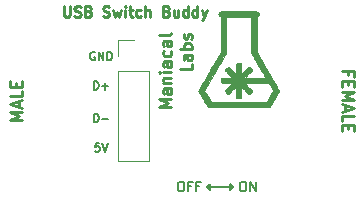
<source format=gbr>
G04 #@! TF.GenerationSoftware,KiCad,Pcbnew,(5.0.0)*
G04 #@! TF.CreationDate,2018-10-22T19:04:34-04:00*
G04 #@! TF.ProjectId,USBSwitchBuddy,55534253776974636842756464792E6B,rev?*
G04 #@! TF.SameCoordinates,Original*
G04 #@! TF.FileFunction,Legend,Top*
G04 #@! TF.FilePolarity,Positive*
%FSLAX46Y46*%
G04 Gerber Fmt 4.6, Leading zero omitted, Abs format (unit mm)*
G04 Created by KiCad (PCBNEW (5.0.0)) date 10/22/18 19:04:34*
%MOMM*%
%LPD*%
G01*
G04 APERTURE LIST*
%ADD10C,0.225000*%
%ADD11C,0.250000*%
%ADD12C,0.175000*%
%ADD13C,0.200000*%
%ADD14C,0.120000*%
%ADD15C,0.010000*%
G04 APERTURE END LIST*
D10*
X72100000Y-72007142D02*
X72100000Y-72735714D01*
X72142857Y-72821428D01*
X72185714Y-72864285D01*
X72271428Y-72907142D01*
X72442857Y-72907142D01*
X72528571Y-72864285D01*
X72571428Y-72821428D01*
X72614285Y-72735714D01*
X72614285Y-72007142D01*
X73000000Y-72864285D02*
X73128571Y-72907142D01*
X73342857Y-72907142D01*
X73428571Y-72864285D01*
X73471428Y-72821428D01*
X73514285Y-72735714D01*
X73514285Y-72650000D01*
X73471428Y-72564285D01*
X73428571Y-72521428D01*
X73342857Y-72478571D01*
X73171428Y-72435714D01*
X73085714Y-72392857D01*
X73042857Y-72350000D01*
X73000000Y-72264285D01*
X73000000Y-72178571D01*
X73042857Y-72092857D01*
X73085714Y-72050000D01*
X73171428Y-72007142D01*
X73385714Y-72007142D01*
X73514285Y-72050000D01*
X74200000Y-72435714D02*
X74328571Y-72478571D01*
X74371428Y-72521428D01*
X74414285Y-72607142D01*
X74414285Y-72735714D01*
X74371428Y-72821428D01*
X74328571Y-72864285D01*
X74242857Y-72907142D01*
X73900000Y-72907142D01*
X73900000Y-72007142D01*
X74200000Y-72007142D01*
X74285714Y-72050000D01*
X74328571Y-72092857D01*
X74371428Y-72178571D01*
X74371428Y-72264285D01*
X74328571Y-72350000D01*
X74285714Y-72392857D01*
X74200000Y-72435714D01*
X73900000Y-72435714D01*
X75442857Y-72864285D02*
X75571428Y-72907142D01*
X75785714Y-72907142D01*
X75871428Y-72864285D01*
X75914285Y-72821428D01*
X75957142Y-72735714D01*
X75957142Y-72650000D01*
X75914285Y-72564285D01*
X75871428Y-72521428D01*
X75785714Y-72478571D01*
X75614285Y-72435714D01*
X75528571Y-72392857D01*
X75485714Y-72350000D01*
X75442857Y-72264285D01*
X75442857Y-72178571D01*
X75485714Y-72092857D01*
X75528571Y-72050000D01*
X75614285Y-72007142D01*
X75828571Y-72007142D01*
X75957142Y-72050000D01*
X76257142Y-72307142D02*
X76428571Y-72907142D01*
X76600000Y-72478571D01*
X76771428Y-72907142D01*
X76942857Y-72307142D01*
X77285714Y-72907142D02*
X77285714Y-72307142D01*
X77285714Y-72007142D02*
X77242857Y-72050000D01*
X77285714Y-72092857D01*
X77328571Y-72050000D01*
X77285714Y-72007142D01*
X77285714Y-72092857D01*
X77585714Y-72307142D02*
X77928571Y-72307142D01*
X77714285Y-72007142D02*
X77714285Y-72778571D01*
X77757142Y-72864285D01*
X77842857Y-72907142D01*
X77928571Y-72907142D01*
X78614285Y-72864285D02*
X78528571Y-72907142D01*
X78357142Y-72907142D01*
X78271428Y-72864285D01*
X78228571Y-72821428D01*
X78185714Y-72735714D01*
X78185714Y-72478571D01*
X78228571Y-72392857D01*
X78271428Y-72350000D01*
X78357142Y-72307142D01*
X78528571Y-72307142D01*
X78614285Y-72350000D01*
X79000000Y-72907142D02*
X79000000Y-72007142D01*
X79385714Y-72907142D02*
X79385714Y-72435714D01*
X79342857Y-72350000D01*
X79257142Y-72307142D01*
X79128571Y-72307142D01*
X79042857Y-72350000D01*
X79000000Y-72392857D01*
X80800000Y-72435714D02*
X80928571Y-72478571D01*
X80971428Y-72521428D01*
X81014285Y-72607142D01*
X81014285Y-72735714D01*
X80971428Y-72821428D01*
X80928571Y-72864285D01*
X80842857Y-72907142D01*
X80500000Y-72907142D01*
X80500000Y-72007142D01*
X80800000Y-72007142D01*
X80885714Y-72050000D01*
X80928571Y-72092857D01*
X80971428Y-72178571D01*
X80971428Y-72264285D01*
X80928571Y-72350000D01*
X80885714Y-72392857D01*
X80800000Y-72435714D01*
X80500000Y-72435714D01*
X81785714Y-72307142D02*
X81785714Y-72907142D01*
X81400000Y-72307142D02*
X81400000Y-72778571D01*
X81442857Y-72864285D01*
X81528571Y-72907142D01*
X81657142Y-72907142D01*
X81742857Y-72864285D01*
X81785714Y-72821428D01*
X82600000Y-72907142D02*
X82600000Y-72007142D01*
X82600000Y-72864285D02*
X82514285Y-72907142D01*
X82342857Y-72907142D01*
X82257142Y-72864285D01*
X82214285Y-72821428D01*
X82171428Y-72735714D01*
X82171428Y-72478571D01*
X82214285Y-72392857D01*
X82257142Y-72350000D01*
X82342857Y-72307142D01*
X82514285Y-72307142D01*
X82600000Y-72350000D01*
X83414285Y-72907142D02*
X83414285Y-72007142D01*
X83414285Y-72864285D02*
X83328571Y-72907142D01*
X83157142Y-72907142D01*
X83071428Y-72864285D01*
X83028571Y-72821428D01*
X82985714Y-72735714D01*
X82985714Y-72478571D01*
X83028571Y-72392857D01*
X83071428Y-72350000D01*
X83157142Y-72307142D01*
X83328571Y-72307142D01*
X83414285Y-72350000D01*
X83757142Y-72307142D02*
X83971428Y-72907142D01*
X84185714Y-72307142D02*
X83971428Y-72907142D01*
X83885714Y-73121428D01*
X83842857Y-73164285D01*
X83757142Y-73207142D01*
D11*
X96171428Y-77833333D02*
X96171428Y-77500000D01*
X95647619Y-77500000D02*
X96647619Y-77500000D01*
X96647619Y-77976190D01*
X96171428Y-78357142D02*
X96171428Y-78690476D01*
X95647619Y-78833333D02*
X95647619Y-78357142D01*
X96647619Y-78357142D01*
X96647619Y-78833333D01*
X95647619Y-79261904D02*
X96647619Y-79261904D01*
X95933333Y-79595238D01*
X96647619Y-79928571D01*
X95647619Y-79928571D01*
X95933333Y-80357142D02*
X95933333Y-80833333D01*
X95647619Y-80261904D02*
X96647619Y-80595238D01*
X95647619Y-80928571D01*
X95647619Y-81738095D02*
X95647619Y-81261904D01*
X96647619Y-81261904D01*
X96171428Y-82071428D02*
X96171428Y-82404761D01*
X95647619Y-82547619D02*
X95647619Y-82071428D01*
X96647619Y-82071428D01*
X96647619Y-82547619D01*
X68552380Y-81619047D02*
X67552380Y-81619047D01*
X68266666Y-81285714D01*
X67552380Y-80952380D01*
X68552380Y-80952380D01*
X68266666Y-80523809D02*
X68266666Y-80047619D01*
X68552380Y-80619047D02*
X67552380Y-80285714D01*
X68552380Y-79952380D01*
X68552380Y-79142857D02*
X68552380Y-79619047D01*
X67552380Y-79619047D01*
X68028571Y-78809523D02*
X68028571Y-78476190D01*
X68552380Y-78333333D02*
X68552380Y-78809523D01*
X67552380Y-78809523D01*
X67552380Y-78333333D01*
X81177380Y-80543452D02*
X80177380Y-80543452D01*
X80891666Y-80210119D01*
X80177380Y-79876785D01*
X81177380Y-79876785D01*
X81177380Y-78972023D02*
X80653571Y-78972023D01*
X80558333Y-79019642D01*
X80510714Y-79114880D01*
X80510714Y-79305357D01*
X80558333Y-79400595D01*
X81129761Y-78972023D02*
X81177380Y-79067261D01*
X81177380Y-79305357D01*
X81129761Y-79400595D01*
X81034523Y-79448214D01*
X80939285Y-79448214D01*
X80844047Y-79400595D01*
X80796428Y-79305357D01*
X80796428Y-79067261D01*
X80748809Y-78972023D01*
X80510714Y-78495833D02*
X81177380Y-78495833D01*
X80605952Y-78495833D02*
X80558333Y-78448214D01*
X80510714Y-78352976D01*
X80510714Y-78210119D01*
X80558333Y-78114880D01*
X80653571Y-78067261D01*
X81177380Y-78067261D01*
X81177380Y-77591071D02*
X80510714Y-77591071D01*
X80177380Y-77591071D02*
X80225000Y-77638690D01*
X80272619Y-77591071D01*
X80225000Y-77543452D01*
X80177380Y-77591071D01*
X80272619Y-77591071D01*
X81177380Y-76686309D02*
X80653571Y-76686309D01*
X80558333Y-76733928D01*
X80510714Y-76829166D01*
X80510714Y-77019642D01*
X80558333Y-77114880D01*
X81129761Y-76686309D02*
X81177380Y-76781547D01*
X81177380Y-77019642D01*
X81129761Y-77114880D01*
X81034523Y-77162500D01*
X80939285Y-77162500D01*
X80844047Y-77114880D01*
X80796428Y-77019642D01*
X80796428Y-76781547D01*
X80748809Y-76686309D01*
X81129761Y-75781547D02*
X81177380Y-75876785D01*
X81177380Y-76067261D01*
X81129761Y-76162500D01*
X81082142Y-76210119D01*
X80986904Y-76257738D01*
X80701190Y-76257738D01*
X80605952Y-76210119D01*
X80558333Y-76162500D01*
X80510714Y-76067261D01*
X80510714Y-75876785D01*
X80558333Y-75781547D01*
X81177380Y-74924404D02*
X80653571Y-74924404D01*
X80558333Y-74972023D01*
X80510714Y-75067261D01*
X80510714Y-75257738D01*
X80558333Y-75352976D01*
X81129761Y-74924404D02*
X81177380Y-75019642D01*
X81177380Y-75257738D01*
X81129761Y-75352976D01*
X81034523Y-75400595D01*
X80939285Y-75400595D01*
X80844047Y-75352976D01*
X80796428Y-75257738D01*
X80796428Y-75019642D01*
X80748809Y-74924404D01*
X81177380Y-74305357D02*
X81129761Y-74400595D01*
X81034523Y-74448214D01*
X80177380Y-74448214D01*
X82927380Y-76876785D02*
X82927380Y-77352976D01*
X81927380Y-77352976D01*
X82927380Y-76114880D02*
X82403571Y-76114880D01*
X82308333Y-76162500D01*
X82260714Y-76257738D01*
X82260714Y-76448214D01*
X82308333Y-76543452D01*
X82879761Y-76114880D02*
X82927380Y-76210119D01*
X82927380Y-76448214D01*
X82879761Y-76543452D01*
X82784523Y-76591071D01*
X82689285Y-76591071D01*
X82594047Y-76543452D01*
X82546428Y-76448214D01*
X82546428Y-76210119D01*
X82498809Y-76114880D01*
X82927380Y-75638690D02*
X81927380Y-75638690D01*
X82308333Y-75638690D02*
X82260714Y-75543452D01*
X82260714Y-75352976D01*
X82308333Y-75257738D01*
X82355952Y-75210119D01*
X82451190Y-75162500D01*
X82736904Y-75162500D01*
X82832142Y-75210119D01*
X82879761Y-75257738D01*
X82927380Y-75352976D01*
X82927380Y-75543452D01*
X82879761Y-75638690D01*
X82879761Y-74781547D02*
X82927380Y-74686309D01*
X82927380Y-74495833D01*
X82879761Y-74400595D01*
X82784523Y-74352976D01*
X82736904Y-74352976D01*
X82641666Y-74400595D01*
X82594047Y-74495833D01*
X82594047Y-74638690D01*
X82546428Y-74733928D01*
X82451190Y-74781547D01*
X82403571Y-74781547D01*
X82308333Y-74733928D01*
X82260714Y-74638690D01*
X82260714Y-74495833D01*
X82308333Y-74400595D01*
D12*
X74716666Y-75900000D02*
X74650000Y-75866666D01*
X74550000Y-75866666D01*
X74450000Y-75900000D01*
X74383333Y-75966666D01*
X74350000Y-76033333D01*
X74316666Y-76166666D01*
X74316666Y-76266666D01*
X74350000Y-76400000D01*
X74383333Y-76466666D01*
X74450000Y-76533333D01*
X74550000Y-76566666D01*
X74616666Y-76566666D01*
X74716666Y-76533333D01*
X74750000Y-76500000D01*
X74750000Y-76266666D01*
X74616666Y-76266666D01*
X75050000Y-76566666D02*
X75050000Y-75866666D01*
X75450000Y-76566666D01*
X75450000Y-75866666D01*
X75783333Y-76566666D02*
X75783333Y-75866666D01*
X75950000Y-75866666D01*
X76050000Y-75900000D01*
X76116666Y-75966666D01*
X76150000Y-76033333D01*
X76183333Y-76166666D01*
X76183333Y-76266666D01*
X76150000Y-76400000D01*
X76116666Y-76466666D01*
X76050000Y-76533333D01*
X75950000Y-76566666D01*
X75783333Y-76566666D01*
X74633333Y-79066666D02*
X74633333Y-78366666D01*
X74800000Y-78366666D01*
X74900000Y-78400000D01*
X74966666Y-78466666D01*
X75000000Y-78533333D01*
X75033333Y-78666666D01*
X75033333Y-78766666D01*
X75000000Y-78900000D01*
X74966666Y-78966666D01*
X74900000Y-79033333D01*
X74800000Y-79066666D01*
X74633333Y-79066666D01*
X75333333Y-78800000D02*
X75866666Y-78800000D01*
X75600000Y-79066666D02*
X75600000Y-78533333D01*
X74633333Y-81816666D02*
X74633333Y-81116666D01*
X74800000Y-81116666D01*
X74900000Y-81150000D01*
X74966666Y-81216666D01*
X75000000Y-81283333D01*
X75033333Y-81416666D01*
X75033333Y-81516666D01*
X75000000Y-81650000D01*
X74966666Y-81716666D01*
X74900000Y-81783333D01*
X74800000Y-81816666D01*
X74633333Y-81816666D01*
X75333333Y-81550000D02*
X75866666Y-81550000D01*
X75116666Y-83616666D02*
X74783333Y-83616666D01*
X74750000Y-83950000D01*
X74783333Y-83916666D01*
X74850000Y-83883333D01*
X75016666Y-83883333D01*
X75083333Y-83916666D01*
X75116666Y-83950000D01*
X75150000Y-84016666D01*
X75150000Y-84183333D01*
X75116666Y-84250000D01*
X75083333Y-84283333D01*
X75016666Y-84316666D01*
X74850000Y-84316666D01*
X74783333Y-84283333D01*
X74750000Y-84250000D01*
X75350000Y-83616666D02*
X75583333Y-84316666D01*
X75816666Y-83616666D01*
D13*
X84450000Y-87550000D02*
X84200000Y-87300000D01*
X84450000Y-87050000D02*
X84450000Y-87550000D01*
X84200000Y-87300000D02*
X84450000Y-87050000D01*
X85200000Y-87300000D02*
X84200000Y-87300000D01*
X86200000Y-87550000D02*
X86450000Y-87300000D01*
X86200000Y-87050000D02*
X86200000Y-87550000D01*
X86450000Y-87300000D02*
X86200000Y-87050000D01*
X85200000Y-87300000D02*
X86450000Y-87300000D01*
X81938095Y-86861904D02*
X82090476Y-86861904D01*
X82166666Y-86900000D01*
X82242857Y-86976190D01*
X82280952Y-87128571D01*
X82280952Y-87395238D01*
X82242857Y-87547619D01*
X82166666Y-87623809D01*
X82090476Y-87661904D01*
X81938095Y-87661904D01*
X81861904Y-87623809D01*
X81785714Y-87547619D01*
X81747619Y-87395238D01*
X81747619Y-87128571D01*
X81785714Y-86976190D01*
X81861904Y-86900000D01*
X81938095Y-86861904D01*
X82890476Y-87242857D02*
X82623809Y-87242857D01*
X82623809Y-87661904D02*
X82623809Y-86861904D01*
X83004761Y-86861904D01*
X83576190Y-87242857D02*
X83309523Y-87242857D01*
X83309523Y-87661904D02*
X83309523Y-86861904D01*
X83690476Y-86861904D01*
X87204761Y-86861904D02*
X87357142Y-86861904D01*
X87433333Y-86900000D01*
X87509523Y-86976190D01*
X87547619Y-87128571D01*
X87547619Y-87395238D01*
X87509523Y-87547619D01*
X87433333Y-87623809D01*
X87357142Y-87661904D01*
X87204761Y-87661904D01*
X87128571Y-87623809D01*
X87052380Y-87547619D01*
X87014285Y-87395238D01*
X87014285Y-87128571D01*
X87052380Y-86976190D01*
X87128571Y-86900000D01*
X87204761Y-86861904D01*
X87890476Y-87661904D02*
X87890476Y-86861904D01*
X88347619Y-87661904D01*
X88347619Y-86861904D01*
D14*
G04 #@! TO.C,J3*
X76670000Y-74860000D02*
X78000000Y-74860000D01*
X76670000Y-76190000D02*
X76670000Y-74860000D01*
X79330000Y-77460000D02*
X76670000Y-77460000D01*
X79330000Y-85140000D02*
X79330000Y-77460000D01*
X76670000Y-85140000D02*
X79330000Y-85140000D01*
X76670000Y-77460000D02*
X76670000Y-85140000D01*
D15*
G04 #@! TO.C,G\002A\002A\002A*
G36*
X87180132Y-72435141D02*
X87369330Y-72435704D01*
X87551803Y-72436553D01*
X87724802Y-72437693D01*
X87885580Y-72439121D01*
X88031388Y-72440837D01*
X88159478Y-72442843D01*
X88267101Y-72445137D01*
X88351511Y-72447719D01*
X88409958Y-72450591D01*
X88439694Y-72453751D01*
X88441045Y-72454101D01*
X88514650Y-72489801D01*
X88568272Y-72542954D01*
X88601256Y-72607582D01*
X88612948Y-72677706D01*
X88602692Y-72747346D01*
X88569833Y-72810525D01*
X88513717Y-72861264D01*
X88487218Y-72875553D01*
X88424819Y-72904312D01*
X88424409Y-74386141D01*
X88424000Y-75867969D01*
X88851194Y-76608641D01*
X88941737Y-76765615D01*
X89044897Y-76944444D01*
X89157416Y-77139483D01*
X89276038Y-77345090D01*
X89397507Y-77555620D01*
X89518568Y-77765429D01*
X89635963Y-77968874D01*
X89746437Y-78160312D01*
X89795756Y-78245770D01*
X89884967Y-78400722D01*
X89969309Y-78547946D01*
X90047458Y-78685082D01*
X90118089Y-78809771D01*
X90179877Y-78919652D01*
X90231497Y-79012365D01*
X90271624Y-79085552D01*
X90298934Y-79136852D01*
X90312102Y-79163905D01*
X90313125Y-79167254D01*
X90305259Y-79187854D01*
X90282954Y-79232330D01*
X90248145Y-79297359D01*
X90202767Y-79379615D01*
X90148756Y-79475774D01*
X90088047Y-79582511D01*
X90022577Y-79696503D01*
X89954279Y-79814423D01*
X89885091Y-79932948D01*
X89816948Y-80048754D01*
X89751784Y-80158515D01*
X89691537Y-80258906D01*
X89638141Y-80346605D01*
X89593532Y-80418285D01*
X89559645Y-80470622D01*
X89538416Y-80500292D01*
X89534599Y-80504468D01*
X89487124Y-80548125D01*
X84312875Y-80548125D01*
X84265400Y-80504468D01*
X84248606Y-80482746D01*
X84218539Y-80437288D01*
X84177134Y-80371420D01*
X84126325Y-80288466D01*
X84068050Y-80191753D01*
X84004242Y-80084605D01*
X83936838Y-79970346D01*
X83867772Y-79852303D01*
X83798981Y-79733800D01*
X83732400Y-79618163D01*
X83669963Y-79508717D01*
X83613608Y-79408786D01*
X83565267Y-79321695D01*
X83526879Y-79250771D01*
X83500377Y-79199338D01*
X83487697Y-79170720D01*
X83486874Y-79166933D01*
X83493139Y-79151738D01*
X83991817Y-79151738D01*
X84266508Y-79627681D01*
X84541198Y-80103625D01*
X89258654Y-80103625D01*
X89533694Y-79626873D01*
X89808735Y-79150121D01*
X89700627Y-78964091D01*
X89652108Y-78880084D01*
X89601391Y-78791405D01*
X89554699Y-78708982D01*
X89520228Y-78647315D01*
X89447937Y-78516567D01*
X87432125Y-78516125D01*
X87727748Y-78813781D01*
X87807725Y-78894852D01*
X87880741Y-78969905D01*
X87943638Y-79035609D01*
X87993257Y-79088634D01*
X88026440Y-79125650D01*
X88039732Y-79142697D01*
X88047043Y-79180230D01*
X88034704Y-79215316D01*
X88009692Y-79251070D01*
X87969306Y-79295828D01*
X87920048Y-79343770D01*
X87868420Y-79389074D01*
X87820926Y-79425919D01*
X87784067Y-79448484D01*
X87769480Y-79452750D01*
X87747132Y-79442200D01*
X87705787Y-79410232D01*
X87644908Y-79356363D01*
X87563960Y-79280114D01*
X87462408Y-79181002D01*
X87420810Y-79139741D01*
X87106375Y-78826732D01*
X87106375Y-79261522D01*
X87106186Y-79392308D01*
X87105480Y-79495011D01*
X87104051Y-79573296D01*
X87101691Y-79630830D01*
X87098191Y-79671276D01*
X87093345Y-79698301D01*
X87086944Y-79715570D01*
X87080102Y-79725343D01*
X87063266Y-79738829D01*
X87037807Y-79747459D01*
X86997181Y-79752237D01*
X86934844Y-79754165D01*
X86890754Y-79754375D01*
X86817007Y-79753988D01*
X86768052Y-79751820D01*
X86736932Y-79746360D01*
X86716690Y-79736094D01*
X86700370Y-79719512D01*
X86694053Y-79711627D01*
X86683921Y-79697620D01*
X86676117Y-79681895D01*
X86670392Y-79660501D01*
X86666497Y-79629484D01*
X86664185Y-79584892D01*
X86663207Y-79522771D01*
X86663314Y-79439170D01*
X86664259Y-79330136D01*
X86665120Y-79251238D01*
X86666336Y-79139830D01*
X86667363Y-79039621D01*
X86668164Y-78954754D01*
X86668700Y-78889372D01*
X86668937Y-78847619D01*
X86668846Y-78833611D01*
X86657874Y-78844389D01*
X86627423Y-78874776D01*
X86580394Y-78921863D01*
X86519693Y-78982739D01*
X86448221Y-79054496D01*
X86368882Y-79134225D01*
X86367221Y-79135894D01*
X86285795Y-79216741D01*
X86209946Y-79290133D01*
X86143010Y-79352994D01*
X86088322Y-79402247D01*
X86049218Y-79434816D01*
X86029337Y-79447556D01*
X86008907Y-79448152D01*
X85984469Y-79437567D01*
X85951225Y-79412398D01*
X85904375Y-79369244D01*
X85866618Y-79332190D01*
X85804367Y-79267657D01*
X85764516Y-79219575D01*
X85744581Y-79184681D01*
X85741125Y-79167521D01*
X85746451Y-79149558D01*
X85763771Y-79122344D01*
X85795090Y-79083608D01*
X85842416Y-79031079D01*
X85907757Y-78962484D01*
X85993120Y-78875551D01*
X86046566Y-78821867D01*
X86352007Y-78516125D01*
X85924557Y-78516125D01*
X85785238Y-78516235D01*
X85674412Y-78515593D01*
X85588828Y-78512739D01*
X85525238Y-78506213D01*
X85480392Y-78494556D01*
X85451040Y-78476308D01*
X85433932Y-78450009D01*
X85425820Y-78414200D01*
X85423454Y-78367420D01*
X85423583Y-78308211D01*
X85423625Y-78291107D01*
X85423249Y-78229737D01*
X85424298Y-78180980D01*
X85430033Y-78143390D01*
X85443717Y-78115522D01*
X85468611Y-78095933D01*
X85507977Y-78083178D01*
X85565078Y-78075811D01*
X85643176Y-78072388D01*
X85745532Y-78071465D01*
X85875409Y-78071596D01*
X85919196Y-78071625D01*
X86351267Y-78071625D01*
X86038258Y-77757189D01*
X85948898Y-77666371D01*
X85871404Y-77585517D01*
X85808051Y-77517128D01*
X85761114Y-77463706D01*
X85732868Y-77427753D01*
X85725250Y-77412990D01*
X85736746Y-77386392D01*
X85767271Y-77345976D01*
X85810876Y-77297523D01*
X85861613Y-77246817D01*
X85913534Y-77199641D01*
X85960690Y-77161778D01*
X85997134Y-77139010D01*
X86011177Y-77135000D01*
X86030107Y-77141738D01*
X86061067Y-77163065D01*
X86105936Y-77200648D01*
X86166590Y-77256153D01*
X86244908Y-77331247D01*
X86342767Y-77427597D01*
X86359345Y-77444083D01*
X86669812Y-77753166D01*
X86665134Y-77328775D01*
X86663453Y-77190249D01*
X86662794Y-77080203D01*
X86664651Y-76995374D01*
X86670515Y-76932496D01*
X86681879Y-76888302D01*
X86700236Y-76859528D01*
X86727078Y-76842909D01*
X86763897Y-76835179D01*
X86812186Y-76833073D01*
X86873436Y-76833325D01*
X86891546Y-76833375D01*
X86971777Y-76834496D01*
X87026137Y-76838371D01*
X87060445Y-76845763D01*
X87080519Y-76857438D01*
X87081428Y-76858321D01*
X87088921Y-76869469D01*
X87094780Y-76888540D01*
X87099198Y-76919092D01*
X87102365Y-76964686D01*
X87104473Y-77028878D01*
X87105714Y-77115230D01*
X87106279Y-77227298D01*
X87106375Y-77322142D01*
X87106375Y-77761017D01*
X87420810Y-77448008D01*
X87524977Y-77345240D01*
X87609018Y-77264457D01*
X87674393Y-77204357D01*
X87722558Y-77163639D01*
X87754973Y-77141001D01*
X87771435Y-77135000D01*
X87803640Y-77147050D01*
X87851929Y-77181515D01*
X87911031Y-77234218D01*
X87977277Y-77300807D01*
X88020369Y-77352289D01*
X88042644Y-77392492D01*
X88046437Y-77425242D01*
X88039732Y-77445052D01*
X88024448Y-77464412D01*
X87989823Y-77502842D01*
X87939016Y-77557013D01*
X87875186Y-77623594D01*
X87801491Y-77699256D01*
X87727748Y-77773968D01*
X87432125Y-78071625D01*
X89188589Y-78071625D01*
X89157294Y-78020031D01*
X89122471Y-77961823D01*
X89076078Y-77883049D01*
X89019623Y-77786349D01*
X88954614Y-77674365D01*
X88882559Y-77549736D01*
X88804966Y-77415105D01*
X88723344Y-77273113D01*
X88639201Y-77126400D01*
X88554044Y-76977608D01*
X88469382Y-76829378D01*
X88386723Y-76684351D01*
X88307576Y-76545167D01*
X88233448Y-76414468D01*
X88165847Y-76294896D01*
X88106282Y-76189090D01*
X88056260Y-76099693D01*
X88017291Y-76029345D01*
X87990882Y-75980688D01*
X87978540Y-75956361D01*
X87977896Y-75954659D01*
X87975786Y-75931630D01*
X87973779Y-75879011D01*
X87971895Y-75798962D01*
X87970154Y-75693643D01*
X87968575Y-75565212D01*
X87967179Y-75415830D01*
X87965985Y-75247656D01*
X87965013Y-75062850D01*
X87964282Y-74863573D01*
X87963814Y-74651983D01*
X87963627Y-74430240D01*
X87963625Y-74400636D01*
X87963625Y-72896375D01*
X85836989Y-72896375D01*
X85828437Y-75968187D01*
X85484729Y-76563500D01*
X85395018Y-76718868D01*
X85295473Y-76891244D01*
X85190521Y-77072961D01*
X85084590Y-77256356D01*
X84982106Y-77433764D01*
X84887496Y-77597521D01*
X84819940Y-77714437D01*
X84674356Y-77966399D01*
X84542857Y-78194050D01*
X84425664Y-78397010D01*
X84322995Y-78574897D01*
X84235071Y-78727331D01*
X84162110Y-78853931D01*
X84104332Y-78954316D01*
X84061957Y-79028107D01*
X84035205Y-79074921D01*
X84030081Y-79083962D01*
X83991817Y-79151738D01*
X83493139Y-79151738D01*
X83494593Y-79148214D01*
X83516661Y-79105010D01*
X83551444Y-79040273D01*
X83597311Y-78956953D01*
X83652628Y-78857999D01*
X83715763Y-78746362D01*
X83785083Y-78624993D01*
X83829919Y-78547074D01*
X83916007Y-78397890D01*
X84008884Y-78236959D01*
X84104742Y-78070876D01*
X84199776Y-77906236D01*
X84290179Y-77749633D01*
X84372145Y-77607663D01*
X84438823Y-77492187D01*
X84510062Y-77368821D01*
X84593259Y-77224738D01*
X84684500Y-77066716D01*
X84779870Y-76901537D01*
X84875455Y-76735979D01*
X84967341Y-76576823D01*
X85040341Y-76450372D01*
X85376000Y-75868931D01*
X85375590Y-74386622D01*
X85375180Y-72904312D01*
X85312781Y-72875553D01*
X85247983Y-72830866D01*
X85206683Y-72771549D01*
X85188225Y-72703581D01*
X85191955Y-72632941D01*
X85217218Y-72565606D01*
X85263358Y-72507557D01*
X85329721Y-72464771D01*
X85358954Y-72454101D01*
X85385501Y-72450910D01*
X85441048Y-72448009D01*
X85522847Y-72445396D01*
X85628151Y-72443071D01*
X85754211Y-72441035D01*
X85898279Y-72439288D01*
X86057606Y-72437830D01*
X86229446Y-72436660D01*
X86411049Y-72435780D01*
X86599667Y-72435187D01*
X86792552Y-72434883D01*
X86986957Y-72434868D01*
X87180132Y-72435141D01*
X87180132Y-72435141D01*
G37*
X87180132Y-72435141D02*
X87369330Y-72435704D01*
X87551803Y-72436553D01*
X87724802Y-72437693D01*
X87885580Y-72439121D01*
X88031388Y-72440837D01*
X88159478Y-72442843D01*
X88267101Y-72445137D01*
X88351511Y-72447719D01*
X88409958Y-72450591D01*
X88439694Y-72453751D01*
X88441045Y-72454101D01*
X88514650Y-72489801D01*
X88568272Y-72542954D01*
X88601256Y-72607582D01*
X88612948Y-72677706D01*
X88602692Y-72747346D01*
X88569833Y-72810525D01*
X88513717Y-72861264D01*
X88487218Y-72875553D01*
X88424819Y-72904312D01*
X88424409Y-74386141D01*
X88424000Y-75867969D01*
X88851194Y-76608641D01*
X88941737Y-76765615D01*
X89044897Y-76944444D01*
X89157416Y-77139483D01*
X89276038Y-77345090D01*
X89397507Y-77555620D01*
X89518568Y-77765429D01*
X89635963Y-77968874D01*
X89746437Y-78160312D01*
X89795756Y-78245770D01*
X89884967Y-78400722D01*
X89969309Y-78547946D01*
X90047458Y-78685082D01*
X90118089Y-78809771D01*
X90179877Y-78919652D01*
X90231497Y-79012365D01*
X90271624Y-79085552D01*
X90298934Y-79136852D01*
X90312102Y-79163905D01*
X90313125Y-79167254D01*
X90305259Y-79187854D01*
X90282954Y-79232330D01*
X90248145Y-79297359D01*
X90202767Y-79379615D01*
X90148756Y-79475774D01*
X90088047Y-79582511D01*
X90022577Y-79696503D01*
X89954279Y-79814423D01*
X89885091Y-79932948D01*
X89816948Y-80048754D01*
X89751784Y-80158515D01*
X89691537Y-80258906D01*
X89638141Y-80346605D01*
X89593532Y-80418285D01*
X89559645Y-80470622D01*
X89538416Y-80500292D01*
X89534599Y-80504468D01*
X89487124Y-80548125D01*
X84312875Y-80548125D01*
X84265400Y-80504468D01*
X84248606Y-80482746D01*
X84218539Y-80437288D01*
X84177134Y-80371420D01*
X84126325Y-80288466D01*
X84068050Y-80191753D01*
X84004242Y-80084605D01*
X83936838Y-79970346D01*
X83867772Y-79852303D01*
X83798981Y-79733800D01*
X83732400Y-79618163D01*
X83669963Y-79508717D01*
X83613608Y-79408786D01*
X83565267Y-79321695D01*
X83526879Y-79250771D01*
X83500377Y-79199338D01*
X83487697Y-79170720D01*
X83486874Y-79166933D01*
X83493139Y-79151738D01*
X83991817Y-79151738D01*
X84266508Y-79627681D01*
X84541198Y-80103625D01*
X89258654Y-80103625D01*
X89533694Y-79626873D01*
X89808735Y-79150121D01*
X89700627Y-78964091D01*
X89652108Y-78880084D01*
X89601391Y-78791405D01*
X89554699Y-78708982D01*
X89520228Y-78647315D01*
X89447937Y-78516567D01*
X87432125Y-78516125D01*
X87727748Y-78813781D01*
X87807725Y-78894852D01*
X87880741Y-78969905D01*
X87943638Y-79035609D01*
X87993257Y-79088634D01*
X88026440Y-79125650D01*
X88039732Y-79142697D01*
X88047043Y-79180230D01*
X88034704Y-79215316D01*
X88009692Y-79251070D01*
X87969306Y-79295828D01*
X87920048Y-79343770D01*
X87868420Y-79389074D01*
X87820926Y-79425919D01*
X87784067Y-79448484D01*
X87769480Y-79452750D01*
X87747132Y-79442200D01*
X87705787Y-79410232D01*
X87644908Y-79356363D01*
X87563960Y-79280114D01*
X87462408Y-79181002D01*
X87420810Y-79139741D01*
X87106375Y-78826732D01*
X87106375Y-79261522D01*
X87106186Y-79392308D01*
X87105480Y-79495011D01*
X87104051Y-79573296D01*
X87101691Y-79630830D01*
X87098191Y-79671276D01*
X87093345Y-79698301D01*
X87086944Y-79715570D01*
X87080102Y-79725343D01*
X87063266Y-79738829D01*
X87037807Y-79747459D01*
X86997181Y-79752237D01*
X86934844Y-79754165D01*
X86890754Y-79754375D01*
X86817007Y-79753988D01*
X86768052Y-79751820D01*
X86736932Y-79746360D01*
X86716690Y-79736094D01*
X86700370Y-79719512D01*
X86694053Y-79711627D01*
X86683921Y-79697620D01*
X86676117Y-79681895D01*
X86670392Y-79660501D01*
X86666497Y-79629484D01*
X86664185Y-79584892D01*
X86663207Y-79522771D01*
X86663314Y-79439170D01*
X86664259Y-79330136D01*
X86665120Y-79251238D01*
X86666336Y-79139830D01*
X86667363Y-79039621D01*
X86668164Y-78954754D01*
X86668700Y-78889372D01*
X86668937Y-78847619D01*
X86668846Y-78833611D01*
X86657874Y-78844389D01*
X86627423Y-78874776D01*
X86580394Y-78921863D01*
X86519693Y-78982739D01*
X86448221Y-79054496D01*
X86368882Y-79134225D01*
X86367221Y-79135894D01*
X86285795Y-79216741D01*
X86209946Y-79290133D01*
X86143010Y-79352994D01*
X86088322Y-79402247D01*
X86049218Y-79434816D01*
X86029337Y-79447556D01*
X86008907Y-79448152D01*
X85984469Y-79437567D01*
X85951225Y-79412398D01*
X85904375Y-79369244D01*
X85866618Y-79332190D01*
X85804367Y-79267657D01*
X85764516Y-79219575D01*
X85744581Y-79184681D01*
X85741125Y-79167521D01*
X85746451Y-79149558D01*
X85763771Y-79122344D01*
X85795090Y-79083608D01*
X85842416Y-79031079D01*
X85907757Y-78962484D01*
X85993120Y-78875551D01*
X86046566Y-78821867D01*
X86352007Y-78516125D01*
X85924557Y-78516125D01*
X85785238Y-78516235D01*
X85674412Y-78515593D01*
X85588828Y-78512739D01*
X85525238Y-78506213D01*
X85480392Y-78494556D01*
X85451040Y-78476308D01*
X85433932Y-78450009D01*
X85425820Y-78414200D01*
X85423454Y-78367420D01*
X85423583Y-78308211D01*
X85423625Y-78291107D01*
X85423249Y-78229737D01*
X85424298Y-78180980D01*
X85430033Y-78143390D01*
X85443717Y-78115522D01*
X85468611Y-78095933D01*
X85507977Y-78083178D01*
X85565078Y-78075811D01*
X85643176Y-78072388D01*
X85745532Y-78071465D01*
X85875409Y-78071596D01*
X85919196Y-78071625D01*
X86351267Y-78071625D01*
X86038258Y-77757189D01*
X85948898Y-77666371D01*
X85871404Y-77585517D01*
X85808051Y-77517128D01*
X85761114Y-77463706D01*
X85732868Y-77427753D01*
X85725250Y-77412990D01*
X85736746Y-77386392D01*
X85767271Y-77345976D01*
X85810876Y-77297523D01*
X85861613Y-77246817D01*
X85913534Y-77199641D01*
X85960690Y-77161778D01*
X85997134Y-77139010D01*
X86011177Y-77135000D01*
X86030107Y-77141738D01*
X86061067Y-77163065D01*
X86105936Y-77200648D01*
X86166590Y-77256153D01*
X86244908Y-77331247D01*
X86342767Y-77427597D01*
X86359345Y-77444083D01*
X86669812Y-77753166D01*
X86665134Y-77328775D01*
X86663453Y-77190249D01*
X86662794Y-77080203D01*
X86664651Y-76995374D01*
X86670515Y-76932496D01*
X86681879Y-76888302D01*
X86700236Y-76859528D01*
X86727078Y-76842909D01*
X86763897Y-76835179D01*
X86812186Y-76833073D01*
X86873436Y-76833325D01*
X86891546Y-76833375D01*
X86971777Y-76834496D01*
X87026137Y-76838371D01*
X87060445Y-76845763D01*
X87080519Y-76857438D01*
X87081428Y-76858321D01*
X87088921Y-76869469D01*
X87094780Y-76888540D01*
X87099198Y-76919092D01*
X87102365Y-76964686D01*
X87104473Y-77028878D01*
X87105714Y-77115230D01*
X87106279Y-77227298D01*
X87106375Y-77322142D01*
X87106375Y-77761017D01*
X87420810Y-77448008D01*
X87524977Y-77345240D01*
X87609018Y-77264457D01*
X87674393Y-77204357D01*
X87722558Y-77163639D01*
X87754973Y-77141001D01*
X87771435Y-77135000D01*
X87803640Y-77147050D01*
X87851929Y-77181515D01*
X87911031Y-77234218D01*
X87977277Y-77300807D01*
X88020369Y-77352289D01*
X88042644Y-77392492D01*
X88046437Y-77425242D01*
X88039732Y-77445052D01*
X88024448Y-77464412D01*
X87989823Y-77502842D01*
X87939016Y-77557013D01*
X87875186Y-77623594D01*
X87801491Y-77699256D01*
X87727748Y-77773968D01*
X87432125Y-78071625D01*
X89188589Y-78071625D01*
X89157294Y-78020031D01*
X89122471Y-77961823D01*
X89076078Y-77883049D01*
X89019623Y-77786349D01*
X88954614Y-77674365D01*
X88882559Y-77549736D01*
X88804966Y-77415105D01*
X88723344Y-77273113D01*
X88639201Y-77126400D01*
X88554044Y-76977608D01*
X88469382Y-76829378D01*
X88386723Y-76684351D01*
X88307576Y-76545167D01*
X88233448Y-76414468D01*
X88165847Y-76294896D01*
X88106282Y-76189090D01*
X88056260Y-76099693D01*
X88017291Y-76029345D01*
X87990882Y-75980688D01*
X87978540Y-75956361D01*
X87977896Y-75954659D01*
X87975786Y-75931630D01*
X87973779Y-75879011D01*
X87971895Y-75798962D01*
X87970154Y-75693643D01*
X87968575Y-75565212D01*
X87967179Y-75415830D01*
X87965985Y-75247656D01*
X87965013Y-75062850D01*
X87964282Y-74863573D01*
X87963814Y-74651983D01*
X87963627Y-74430240D01*
X87963625Y-74400636D01*
X87963625Y-72896375D01*
X85836989Y-72896375D01*
X85828437Y-75968187D01*
X85484729Y-76563500D01*
X85395018Y-76718868D01*
X85295473Y-76891244D01*
X85190521Y-77072961D01*
X85084590Y-77256356D01*
X84982106Y-77433764D01*
X84887496Y-77597521D01*
X84819940Y-77714437D01*
X84674356Y-77966399D01*
X84542857Y-78194050D01*
X84425664Y-78397010D01*
X84322995Y-78574897D01*
X84235071Y-78727331D01*
X84162110Y-78853931D01*
X84104332Y-78954316D01*
X84061957Y-79028107D01*
X84035205Y-79074921D01*
X84030081Y-79083962D01*
X83991817Y-79151738D01*
X83493139Y-79151738D01*
X83494593Y-79148214D01*
X83516661Y-79105010D01*
X83551444Y-79040273D01*
X83597311Y-78956953D01*
X83652628Y-78857999D01*
X83715763Y-78746362D01*
X83785083Y-78624993D01*
X83829919Y-78547074D01*
X83916007Y-78397890D01*
X84008884Y-78236959D01*
X84104742Y-78070876D01*
X84199776Y-77906236D01*
X84290179Y-77749633D01*
X84372145Y-77607663D01*
X84438823Y-77492187D01*
X84510062Y-77368821D01*
X84593259Y-77224738D01*
X84684500Y-77066716D01*
X84779870Y-76901537D01*
X84875455Y-76735979D01*
X84967341Y-76576823D01*
X85040341Y-76450372D01*
X85376000Y-75868931D01*
X85375590Y-74386622D01*
X85375180Y-72904312D01*
X85312781Y-72875553D01*
X85247983Y-72830866D01*
X85206683Y-72771549D01*
X85188225Y-72703581D01*
X85191955Y-72632941D01*
X85217218Y-72565606D01*
X85263358Y-72507557D01*
X85329721Y-72464771D01*
X85358954Y-72454101D01*
X85385501Y-72450910D01*
X85441048Y-72448009D01*
X85522847Y-72445396D01*
X85628151Y-72443071D01*
X85754211Y-72441035D01*
X85898279Y-72439288D01*
X86057606Y-72437830D01*
X86229446Y-72436660D01*
X86411049Y-72435780D01*
X86599667Y-72435187D01*
X86792552Y-72434883D01*
X86986957Y-72434868D01*
X87180132Y-72435141D01*
G04 #@! TD*
M02*

</source>
